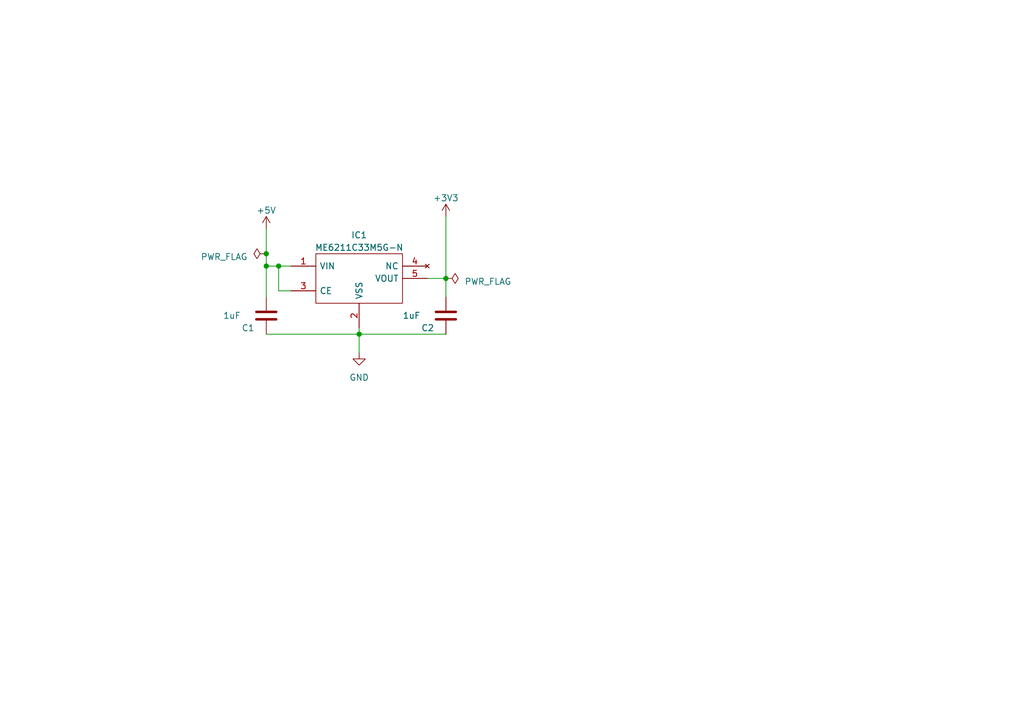
<source format=kicad_sch>
(kicad_sch (version 20230121) (generator eeschema)
  (paper "A5")
  (title_block (title "3v3 Power Management"))
  (lib_symbols
    (symbol "Chof747 Voltage Regulators:ME6211C33M5G-N" (pin_names (offset 0.762))
      (property "Reference" "IC" (at 24.13 7.62 0))
      (property "Value" "ME6211C33M5G-N" (at 24.13 5.08 0))
      (symbol "ME6211C33M5G-N_0_0"
        (pin passive line (at 0 0 0) (length 5.08) (name "VIN") (number "1"))
        (pin passive line (at 13.97 -12.7 90) (length 5.08) (name "VSS") (number "2"))
        (pin passive line (at 0 -5.08 0) (length 5.08) (name "CE") (number "3"))
        (pin no_connect line (at 27.94 0 180) (length 5.08) (name "NC") (number "4"))
        (pin passive line (at 27.94 -2.54 180) (length 5.08) (name "VOUT") (number "5"))
      )
      (symbol "ME6211C33M5G-N_0_1"
        (polyline (pts (xy 5.08 2.54) (xy 22.86 2.54) (xy 22.86 -7.62) (xy 5.08 -7.62) (xy 5.08 2.54)) (stroke (width 0.1524)))
      )
    )
    (symbol "Device:C" (pin_numbers hide) (pin_names (offset 0.254))
      (property "Reference" "C" (at 0.635 2.54 0))
      (property "Value" "C" (at 0.635 -2.54 0))
      (symbol "C_0_1"
        (polyline (pts (xy -2.032 -0.762) (xy 2.032 -0.762)) (stroke (width 0.508)))
        (polyline (pts (xy -2.032 0.762) (xy 2.032 0.762)) (stroke (width 0.508)))
      )
      (symbol "C_1_1"
        (pin passive line (at 0 3.81 270) (length 2.794) (name "~") (number "1"))
        (pin passive line (at 0 -3.81 90) (length 2.794) (name "~") (number "2"))
      )
    )
    (symbol "power:+3V3" (power) (pin_names (offset 0))
      (property "Value" "+3V3" (at 0 3.556 0))
      (symbol "+3V3_0_1"
        (polyline (pts (xy -0.762 1.27) (xy 0 2.54)))
        (polyline (pts (xy 0 0) (xy 0 2.54)))
        (polyline (pts (xy 0 2.54) (xy 0.762 1.27)))
      )
      (symbol "+3V3_1_1"
        (pin power_in line (at 0 0 90) (length 0) hide (name "+3V3") (number "1"))
      )
    )
    (symbol "power:+5V" (power) (pin_names (offset 0))
      (property "Value" "+5V" (at 0 3.556 0))
      (symbol "+5V_0_1"
        (polyline (pts (xy -0.762 1.27) (xy 0 2.54)))
        (polyline (pts (xy 0 0) (xy 0 2.54)))
        (polyline (pts (xy 0 2.54) (xy 0.762 1.27)))
      )
      (symbol "+5V_1_1"
        (pin power_in line (at 0 0 90) (length 0) hide (name "+5V") (number "1"))
      )
    )
    (symbol "power:GND" (power) (pin_names (offset 0))
      (property "Value" "GND" (at 0 -3.81 0))
      (symbol "GND_0_1"
        (polyline (pts (xy 0 0) (xy 0 -1.27) (xy 1.27 -1.27) (xy 0 -2.54) (xy -1.27 -1.27) (xy 0 -1.27)))
      )
      (symbol "GND_1_1"
        (pin power_in line (at 0 0 270) (length 0) hide (name "GND") (number "1"))
      )
    )
    (symbol "power:PWR_FLAG" (power) (pin_numbers hide) (pin_names (offset 0) hide)
      (property "Value" "PWR_FLAG" (at 0 3.81 0))
      (symbol "PWR_FLAG_0_0"
        (pin power_out line (at 0 0 90) (length 0) (name "pwr") (number "1"))
      )
      (symbol "PWR_FLAG_0_1"
        (polyline (pts (xy 0 0) (xy 0 1.27) (xy -1.016 1.905) (xy 0 2.54) (xy 1.016 1.905) (xy 0 1.27)))
      )
    )
  )
  (junction (at 54.61 52.07))
  (junction (at 73.66 68.58))
  (junction (at 91.44 57.15))
  (junction (at 57.15 54.61))
  (junction (at 54.61 54.61))
  (wire (pts (xy 54.61 52.07) (xy 54.61 54.61)))
  (wire (pts (xy 73.66 67.31) (xy 73.66 68.58)))
  (wire (pts (xy 91.44 44.45) (xy 91.44 57.15)))
  (wire (pts (xy 54.61 68.58) (xy 73.66 68.58)))
  (wire (pts (xy 54.61 46.99) (xy 54.61 52.07)))
  (wire (pts (xy 59.69 59.69) (xy 57.15 59.69)))
  (wire (pts (xy 73.66 68.58) (xy 91.44 68.58)))
  (wire (pts (xy 54.61 54.61) (xy 57.15 54.61)))
  (wire (pts (xy 87.63 57.15) (xy 91.44 57.15)))
  (wire (pts (xy 57.15 54.61) (xy 59.69 54.61)))
  (wire (pts (xy 54.61 54.61) (xy 54.61 60.96)))
  (wire (pts (xy 91.44 57.15) (xy 91.44 60.96)))
  (wire (pts (xy 57.15 59.69) (xy 57.15 54.61)))
  (wire (pts (xy 73.66 68.58) (xy 73.66 72.39)))
  (symbol (lib_id "power:GND") (at 73.66 72.39 0) (unit 1)
    (property "Reference" "#PWR08" (effects hide))
    (property "Value" "GND" (at 73.66 77.47 0))
    (instances (project "esp32-s3-dev-board" (path "" (reference "#PWR08") (unit 1))) (project "kicad-building-blocks" (path "" (reference "#PWR09") (unit 1)) (path "" (reference "#PWR02") (unit 1))))
  )
  (symbol (lib_id "power:+5V") (at 54.61 46.99 0) (unit 1)
    (property "Reference" "#PWR010" (effects hide))
    (property "Value" "+5V" (at 54.61 43.18 0))
    (instances (project "kicad-building-blocks" (path "" (reference "#PWR010") (unit 1)) (path "" (reference "#PWR01") (unit 1))))
  )
  (symbol (lib_id "Device:C") (at 54.61 64.77 0) (unit 1)
    (property "Reference" "C1" (at 49.53 67.31 0) (effects (justify left)))
    (property "Value" "1uF" (at 45.72 64.77 0) (effects (justify left)))
    (property "Footprint" "Capacitor_SMD:C_0603_1608Metric_Pad1.08x0.95mm_HandSolder" (effects hide))
  )
  (symbol (lib_id "Chof747 Voltage Regulators:ME6211C33M5G-N") (at 59.69 54.61 0) (unit 1)
    (property "Reference" "IC1" (at 73.66 48.26 0))
    (property "Value" "ME6211C33M5G-N" (at 73.66 50.8 0))
    (property "Footprint" "SOT95P270X145-5N" (effects hide))
    (property "Datasheet" "https://datasheet.lcsc.com/szlcsc/1811131510_MICRONE-Nanjing-Micro-One-Elec-ME6211C33M5G-N_C82942.pdf" (effects hide))
    (property "Description" "Fixed 6V 3.3V 500mA SOT-23-5 Low Dropout Regulators(LDO) RoHS" (effects hide))
    (property "Height" "1.45" (effects hide))
    (property "Manufacturer_Name" "Microne" (effects hide))
    (property "Manufacturer_Part_Number" "ME6211C33M5G-N" (effects hide))
  )
  (symbol (lib_id "power:PWR_FLAG") (at 91.44 57.15 270) (unit 1)
    (property "Reference" "#FLG01" (effects hide))
    (property "Value" "PWR_FLAG" (at 95.25 57.785 90) (effects (justify left)))
    (instances (project "kicad-building-blocks" (path "" (reference "#FLG01") (unit 1)) (path "" (reference "#FLG02") (unit 1))))
  )
  (symbol (lib_id "Device:C") (at 91.44 64.77 0) (unit 1)
    (property "Reference" "C2" (at 86.36 67.31 0) (effects (justify left)))
    (property "Value" "1uF" (at 82.55 64.77 0) (effects (justify left)))
    (property "Footprint" "Capacitor_SMD:C_0603_1608Metric_Pad1.08x0.95mm_HandSolder" (effects hide))
  )
  (symbol (lib_id "power:+3V3") (at 91.44 44.45 0) (unit 1)
    (property "Reference" "#PWR01" (effects hide))
    (property "Value" "+3V3" (at 91.44 40.64 0))
    (instances (project "kicad-building-blocks" (path "" (reference "#PWR01") (unit 1)) (path "" (reference "#PWR03") (unit 1))))
  )
  (symbol (lib_id "power:PWR_FLAG") (at 54.61 52.07 90) (unit 1)
    (property "Reference" "#FLG03" (effects hide))
    (property "Value" "PWR_FLAG" (at 50.8 52.705 90) (effects (justify left)))
    (instances (project "kicad-building-blocks" (path "" (reference "#FLG03") (unit 1)) (path "" (reference "#FLG01") (unit 1))))
  )
)
</source>
